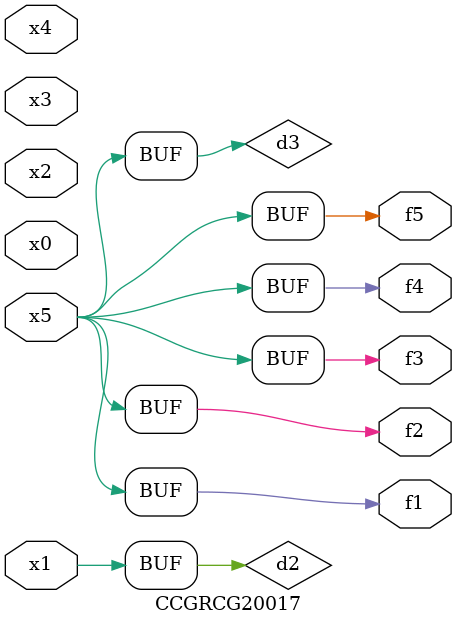
<source format=v>
module CCGRCG20017(
	input x0, x1, x2, x3, x4, x5,
	output f1, f2, f3, f4, f5
);

	wire d1, d2, d3;

	not (d1, x5);
	or (d2, x1);
	xnor (d3, d1);
	assign f1 = d3;
	assign f2 = d3;
	assign f3 = d3;
	assign f4 = d3;
	assign f5 = d3;
endmodule

</source>
